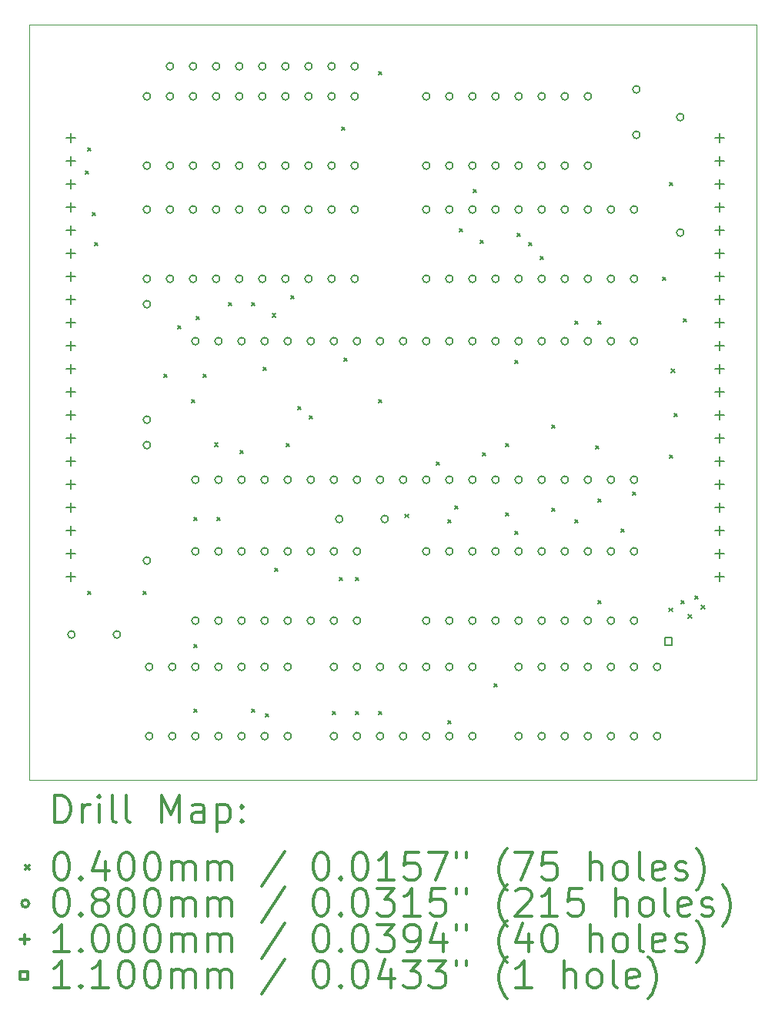
<source format=gbr>
%FSLAX45Y45*%
G04 Gerber Fmt 4.5, Leading zero omitted, Abs format (unit mm)*
G04 Created by KiCad (PCBNEW 5.1.12-84ad8e8a86~92~ubuntu20.04.1) date 2022-08-04 15:06:30*
%MOMM*%
%LPD*%
G01*
G04 APERTURE LIST*
%TA.AperFunction,Profile*%
%ADD10C,0.050000*%
%TD*%
%ADD11C,0.200000*%
%ADD12C,0.300000*%
G04 APERTURE END LIST*
D10*
X10261600Y-13843000D02*
X10261600Y-5537200D01*
X18262600Y-13843000D02*
X10261600Y-13843000D01*
X18262600Y-5537200D02*
X18262600Y-13843000D01*
X10261600Y-5537200D02*
X18262600Y-5537200D01*
D11*
X10876600Y-7142800D02*
X10916600Y-7182800D01*
X10916600Y-7142800D02*
X10876600Y-7182800D01*
X10902000Y-6888800D02*
X10942000Y-6928800D01*
X10942000Y-6888800D02*
X10902000Y-6928800D01*
X10902000Y-11765600D02*
X10942000Y-11805600D01*
X10942000Y-11765600D02*
X10902000Y-11805600D01*
X10952800Y-7600000D02*
X10992800Y-7640000D01*
X10992800Y-7600000D02*
X10952800Y-7640000D01*
X10978200Y-7930200D02*
X11018200Y-7970200D01*
X11018200Y-7930200D02*
X10978200Y-7970200D01*
X11511600Y-11765600D02*
X11551600Y-11805600D01*
X11551600Y-11765600D02*
X11511600Y-11805600D01*
X11740200Y-9378000D02*
X11780200Y-9418000D01*
X11780200Y-9378000D02*
X11740200Y-9418000D01*
X11892600Y-8844600D02*
X11932600Y-8884600D01*
X11932600Y-8844600D02*
X11892600Y-8884600D01*
X12045000Y-9657400D02*
X12085000Y-9697400D01*
X12085000Y-9657400D02*
X12045000Y-9697400D01*
X12070400Y-10952800D02*
X12110400Y-10992800D01*
X12110400Y-10952800D02*
X12070400Y-10992800D01*
X12070400Y-12349800D02*
X12110400Y-12389800D01*
X12110400Y-12349800D02*
X12070400Y-12389800D01*
X12070400Y-13061000D02*
X12110400Y-13101000D01*
X12110400Y-13061000D02*
X12070400Y-13101000D01*
X12095800Y-8743000D02*
X12135800Y-8783000D01*
X12135800Y-8743000D02*
X12095800Y-8783000D01*
X12172000Y-9378000D02*
X12212000Y-9418000D01*
X12212000Y-9378000D02*
X12172000Y-9418000D01*
X12299000Y-10136301D02*
X12339000Y-10176301D01*
X12339000Y-10136301D02*
X12299000Y-10176301D01*
X12324400Y-10952800D02*
X12364400Y-10992800D01*
X12364400Y-10952800D02*
X12324400Y-10992800D01*
X12451400Y-8590600D02*
X12491400Y-8630600D01*
X12491400Y-8590600D02*
X12451400Y-8630600D01*
X12578400Y-10216200D02*
X12618400Y-10256200D01*
X12618400Y-10216200D02*
X12578400Y-10256200D01*
X12705400Y-8590600D02*
X12745400Y-8630600D01*
X12745400Y-8590600D02*
X12705400Y-8630600D01*
X12705400Y-13061000D02*
X12745400Y-13101000D01*
X12745400Y-13061000D02*
X12705400Y-13101000D01*
X12832400Y-9301800D02*
X12872400Y-9341800D01*
X12872400Y-9301800D02*
X12832400Y-9341800D01*
X12857800Y-13111800D02*
X12897800Y-13151800D01*
X12897800Y-13111800D02*
X12857800Y-13151800D01*
X12934000Y-8713901D02*
X12974000Y-8753901D01*
X12974000Y-8713901D02*
X12934000Y-8753901D01*
X12959400Y-11511600D02*
X12999400Y-11551600D01*
X12999400Y-11511600D02*
X12959400Y-11551600D01*
X13086400Y-10140000D02*
X13126400Y-10180000D01*
X13126400Y-10140000D02*
X13086400Y-10180000D01*
X13137200Y-8514400D02*
X13177200Y-8554400D01*
X13177200Y-8514400D02*
X13137200Y-8554400D01*
X13213400Y-9733600D02*
X13253400Y-9773600D01*
X13253400Y-9733600D02*
X13213400Y-9773600D01*
X13340400Y-9835200D02*
X13380400Y-9875200D01*
X13380400Y-9835200D02*
X13340400Y-9875200D01*
X13594400Y-13086400D02*
X13634400Y-13126400D01*
X13634400Y-13086400D02*
X13594400Y-13126400D01*
X13670600Y-11613200D02*
X13710600Y-11653200D01*
X13710600Y-11613200D02*
X13670600Y-11653200D01*
X13696000Y-6660200D02*
X13736000Y-6700200D01*
X13736000Y-6660200D02*
X13696000Y-6700200D01*
X13721400Y-9200200D02*
X13761400Y-9240200D01*
X13761400Y-9200200D02*
X13721400Y-9240200D01*
X13848400Y-11613200D02*
X13888400Y-11653200D01*
X13888400Y-11613200D02*
X13848400Y-11653200D01*
X13848400Y-13086400D02*
X13888400Y-13126400D01*
X13888400Y-13086400D02*
X13848400Y-13126400D01*
X14102400Y-9657400D02*
X14142400Y-9697400D01*
X14142400Y-9657400D02*
X14102400Y-9697400D01*
X14102400Y-13086400D02*
X14142400Y-13126400D01*
X14142400Y-13086400D02*
X14102400Y-13126400D01*
X14102400Y-6050600D02*
X14142400Y-6090600D01*
X14142400Y-6050600D02*
X14102400Y-6090600D01*
X14394814Y-10918388D02*
X14434814Y-10958388D01*
X14434814Y-10918388D02*
X14394814Y-10958388D01*
X14737400Y-10343200D02*
X14777400Y-10383200D01*
X14777400Y-10343200D02*
X14737400Y-10383200D01*
X14864400Y-10978200D02*
X14904400Y-11018200D01*
X14904400Y-10978200D02*
X14864400Y-11018200D01*
X14864400Y-13188000D02*
X14904400Y-13228000D01*
X14904400Y-13188000D02*
X14864400Y-13228000D01*
X14940600Y-10825800D02*
X14980600Y-10865800D01*
X14980600Y-10825800D02*
X14940600Y-10865800D01*
X14991400Y-7777800D02*
X15031400Y-7817800D01*
X15031400Y-7777800D02*
X14991400Y-7817800D01*
X15143800Y-7346000D02*
X15183800Y-7386000D01*
X15183800Y-7346000D02*
X15143800Y-7386000D01*
X15220000Y-7904800D02*
X15260000Y-7944800D01*
X15260000Y-7904800D02*
X15220000Y-7944800D01*
X15245400Y-10241600D02*
X15285400Y-10281600D01*
X15285400Y-10241600D02*
X15245400Y-10281600D01*
X15372400Y-12781600D02*
X15412400Y-12821600D01*
X15412400Y-12781600D02*
X15372400Y-12821600D01*
X15499400Y-10140000D02*
X15539400Y-10180000D01*
X15539400Y-10140000D02*
X15499400Y-10180000D01*
X15499400Y-10902000D02*
X15539400Y-10942000D01*
X15539400Y-10902000D02*
X15499400Y-10942000D01*
X15601000Y-9225600D02*
X15641000Y-9265600D01*
X15641000Y-9225600D02*
X15601000Y-9265600D01*
X15601000Y-11105199D02*
X15641000Y-11145199D01*
X15641000Y-11105199D02*
X15601000Y-11145199D01*
X15626400Y-7828600D02*
X15666400Y-7868600D01*
X15666400Y-7828600D02*
X15626400Y-7868600D01*
X15753400Y-7930200D02*
X15793400Y-7970200D01*
X15793400Y-7930200D02*
X15753400Y-7970200D01*
X15880400Y-8082600D02*
X15920400Y-8122600D01*
X15920400Y-8082600D02*
X15880400Y-8122600D01*
X16007400Y-9936800D02*
X16047400Y-9976800D01*
X16047400Y-9936800D02*
X16007400Y-9976800D01*
X16007400Y-10851200D02*
X16047400Y-10891200D01*
X16047400Y-10851200D02*
X16007400Y-10891200D01*
X16261400Y-8793800D02*
X16301400Y-8833800D01*
X16301400Y-8793800D02*
X16261400Y-8833800D01*
X16261400Y-10978200D02*
X16301400Y-11018200D01*
X16301400Y-10978200D02*
X16261400Y-11018200D01*
X16490000Y-10165400D02*
X16530000Y-10205400D01*
X16530000Y-10165400D02*
X16490000Y-10205400D01*
X16515400Y-8793800D02*
X16555400Y-8833800D01*
X16555400Y-8793800D02*
X16515400Y-8833800D01*
X16515400Y-10749600D02*
X16555400Y-10789600D01*
X16555400Y-10749600D02*
X16515400Y-10789600D01*
X16515400Y-11867200D02*
X16555400Y-11907200D01*
X16555400Y-11867200D02*
X16515400Y-11907200D01*
X16769400Y-11079800D02*
X16809400Y-11119800D01*
X16809400Y-11079800D02*
X16769400Y-11119800D01*
X16896400Y-10673400D02*
X16936400Y-10713400D01*
X16936400Y-10673400D02*
X16896400Y-10713400D01*
X17226600Y-8311200D02*
X17266600Y-8351200D01*
X17266600Y-8311200D02*
X17226600Y-8351200D01*
X17298957Y-11950798D02*
X17338957Y-11990798D01*
X17338957Y-11950798D02*
X17298957Y-11990798D01*
X17302800Y-7269800D02*
X17342800Y-7309800D01*
X17342800Y-7269800D02*
X17302800Y-7309800D01*
X17302800Y-10267000D02*
X17342800Y-10307000D01*
X17342800Y-10267000D02*
X17302800Y-10307000D01*
X17324400Y-9323400D02*
X17364400Y-9363400D01*
X17364400Y-9323400D02*
X17324400Y-9363400D01*
X17353600Y-9809800D02*
X17393600Y-9849800D01*
X17393600Y-9809800D02*
X17353600Y-9849800D01*
X17429800Y-11867200D02*
X17469800Y-11907200D01*
X17469800Y-11867200D02*
X17429800Y-11907200D01*
X17455200Y-8768400D02*
X17495200Y-8808400D01*
X17495200Y-8768400D02*
X17455200Y-8808400D01*
X17509699Y-12023299D02*
X17549699Y-12063299D01*
X17549699Y-12023299D02*
X17509699Y-12063299D01*
X17582200Y-11816400D02*
X17622200Y-11856400D01*
X17622200Y-11816400D02*
X17582200Y-11856400D01*
X17654700Y-11921700D02*
X17694700Y-11961700D01*
X17694700Y-11921700D02*
X17654700Y-11961700D01*
X10766800Y-12242800D02*
G75*
G03*
X10766800Y-12242800I-40000J0D01*
G01*
X11266800Y-12242800D02*
G75*
G03*
X11266800Y-12242800I-40000J0D01*
G01*
X11597000Y-6324600D02*
G75*
G03*
X11597000Y-6324600I-40000J0D01*
G01*
X11597000Y-7086600D02*
G75*
G03*
X11597000Y-7086600I-40000J0D01*
G01*
X11597000Y-7569200D02*
G75*
G03*
X11597000Y-7569200I-40000J0D01*
G01*
X11597000Y-8331200D02*
G75*
G03*
X11597000Y-8331200I-40000J0D01*
G01*
X11597000Y-8610600D02*
G75*
G03*
X11597000Y-8610600I-40000J0D01*
G01*
X11597000Y-9880600D02*
G75*
G03*
X11597000Y-9880600I-40000J0D01*
G01*
X11597000Y-10160000D02*
G75*
G03*
X11597000Y-10160000I-40000J0D01*
G01*
X11597000Y-11430000D02*
G75*
G03*
X11597000Y-11430000I-40000J0D01*
G01*
X11622400Y-12598400D02*
G75*
G03*
X11622400Y-12598400I-40000J0D01*
G01*
X11622400Y-13360400D02*
G75*
G03*
X11622400Y-13360400I-40000J0D01*
G01*
X11851000Y-5994400D02*
G75*
G03*
X11851000Y-5994400I-40000J0D01*
G01*
X11851000Y-6324600D02*
G75*
G03*
X11851000Y-6324600I-40000J0D01*
G01*
X11851000Y-7086600D02*
G75*
G03*
X11851000Y-7086600I-40000J0D01*
G01*
X11851000Y-7569200D02*
G75*
G03*
X11851000Y-7569200I-40000J0D01*
G01*
X11851000Y-8331200D02*
G75*
G03*
X11851000Y-8331200I-40000J0D01*
G01*
X11876400Y-12598400D02*
G75*
G03*
X11876400Y-12598400I-40000J0D01*
G01*
X11876400Y-13360400D02*
G75*
G03*
X11876400Y-13360400I-40000J0D01*
G01*
X12105000Y-5994400D02*
G75*
G03*
X12105000Y-5994400I-40000J0D01*
G01*
X12105000Y-6324600D02*
G75*
G03*
X12105000Y-6324600I-40000J0D01*
G01*
X12105000Y-7086600D02*
G75*
G03*
X12105000Y-7086600I-40000J0D01*
G01*
X12105000Y-7569200D02*
G75*
G03*
X12105000Y-7569200I-40000J0D01*
G01*
X12105000Y-8331200D02*
G75*
G03*
X12105000Y-8331200I-40000J0D01*
G01*
X12130400Y-9017000D02*
G75*
G03*
X12130400Y-9017000I-40000J0D01*
G01*
X12130400Y-10541000D02*
G75*
G03*
X12130400Y-10541000I-40000J0D01*
G01*
X12130400Y-11328400D02*
G75*
G03*
X12130400Y-11328400I-40000J0D01*
G01*
X12130400Y-12090400D02*
G75*
G03*
X12130400Y-12090400I-40000J0D01*
G01*
X12130400Y-12598400D02*
G75*
G03*
X12130400Y-12598400I-40000J0D01*
G01*
X12130400Y-13360400D02*
G75*
G03*
X12130400Y-13360400I-40000J0D01*
G01*
X12359000Y-5994400D02*
G75*
G03*
X12359000Y-5994400I-40000J0D01*
G01*
X12359000Y-6324600D02*
G75*
G03*
X12359000Y-6324600I-40000J0D01*
G01*
X12359000Y-7086600D02*
G75*
G03*
X12359000Y-7086600I-40000J0D01*
G01*
X12359000Y-7569200D02*
G75*
G03*
X12359000Y-7569200I-40000J0D01*
G01*
X12359000Y-8331200D02*
G75*
G03*
X12359000Y-8331200I-40000J0D01*
G01*
X12384400Y-9017000D02*
G75*
G03*
X12384400Y-9017000I-40000J0D01*
G01*
X12384400Y-10541000D02*
G75*
G03*
X12384400Y-10541000I-40000J0D01*
G01*
X12384400Y-11328400D02*
G75*
G03*
X12384400Y-11328400I-40000J0D01*
G01*
X12384400Y-12090400D02*
G75*
G03*
X12384400Y-12090400I-40000J0D01*
G01*
X12384400Y-12598400D02*
G75*
G03*
X12384400Y-12598400I-40000J0D01*
G01*
X12384400Y-13360400D02*
G75*
G03*
X12384400Y-13360400I-40000J0D01*
G01*
X12613000Y-5994400D02*
G75*
G03*
X12613000Y-5994400I-40000J0D01*
G01*
X12613000Y-6324600D02*
G75*
G03*
X12613000Y-6324600I-40000J0D01*
G01*
X12613000Y-7086600D02*
G75*
G03*
X12613000Y-7086600I-40000J0D01*
G01*
X12613000Y-7569200D02*
G75*
G03*
X12613000Y-7569200I-40000J0D01*
G01*
X12613000Y-8331200D02*
G75*
G03*
X12613000Y-8331200I-40000J0D01*
G01*
X12638400Y-9017000D02*
G75*
G03*
X12638400Y-9017000I-40000J0D01*
G01*
X12638400Y-10541000D02*
G75*
G03*
X12638400Y-10541000I-40000J0D01*
G01*
X12638400Y-11328400D02*
G75*
G03*
X12638400Y-11328400I-40000J0D01*
G01*
X12638400Y-12090400D02*
G75*
G03*
X12638400Y-12090400I-40000J0D01*
G01*
X12638400Y-12598400D02*
G75*
G03*
X12638400Y-12598400I-40000J0D01*
G01*
X12638400Y-13360400D02*
G75*
G03*
X12638400Y-13360400I-40000J0D01*
G01*
X12867000Y-5994400D02*
G75*
G03*
X12867000Y-5994400I-40000J0D01*
G01*
X12867000Y-6324600D02*
G75*
G03*
X12867000Y-6324600I-40000J0D01*
G01*
X12867000Y-7086600D02*
G75*
G03*
X12867000Y-7086600I-40000J0D01*
G01*
X12867000Y-7569200D02*
G75*
G03*
X12867000Y-7569200I-40000J0D01*
G01*
X12867000Y-8331200D02*
G75*
G03*
X12867000Y-8331200I-40000J0D01*
G01*
X12892400Y-9017000D02*
G75*
G03*
X12892400Y-9017000I-40000J0D01*
G01*
X12892400Y-10541000D02*
G75*
G03*
X12892400Y-10541000I-40000J0D01*
G01*
X12892400Y-11328400D02*
G75*
G03*
X12892400Y-11328400I-40000J0D01*
G01*
X12892400Y-12090400D02*
G75*
G03*
X12892400Y-12090400I-40000J0D01*
G01*
X12892400Y-12598400D02*
G75*
G03*
X12892400Y-12598400I-40000J0D01*
G01*
X12892400Y-13360400D02*
G75*
G03*
X12892400Y-13360400I-40000J0D01*
G01*
X13121000Y-5994400D02*
G75*
G03*
X13121000Y-5994400I-40000J0D01*
G01*
X13121000Y-6324600D02*
G75*
G03*
X13121000Y-6324600I-40000J0D01*
G01*
X13121000Y-7086600D02*
G75*
G03*
X13121000Y-7086600I-40000J0D01*
G01*
X13121000Y-7569200D02*
G75*
G03*
X13121000Y-7569200I-40000J0D01*
G01*
X13121000Y-8331200D02*
G75*
G03*
X13121000Y-8331200I-40000J0D01*
G01*
X13146400Y-9017000D02*
G75*
G03*
X13146400Y-9017000I-40000J0D01*
G01*
X13146400Y-10541000D02*
G75*
G03*
X13146400Y-10541000I-40000J0D01*
G01*
X13146400Y-11328400D02*
G75*
G03*
X13146400Y-11328400I-40000J0D01*
G01*
X13146400Y-12090400D02*
G75*
G03*
X13146400Y-12090400I-40000J0D01*
G01*
X13146400Y-12598400D02*
G75*
G03*
X13146400Y-12598400I-40000J0D01*
G01*
X13146400Y-13360400D02*
G75*
G03*
X13146400Y-13360400I-40000J0D01*
G01*
X13375000Y-5994400D02*
G75*
G03*
X13375000Y-5994400I-40000J0D01*
G01*
X13375000Y-6324600D02*
G75*
G03*
X13375000Y-6324600I-40000J0D01*
G01*
X13375000Y-7086600D02*
G75*
G03*
X13375000Y-7086600I-40000J0D01*
G01*
X13375000Y-7569200D02*
G75*
G03*
X13375000Y-7569200I-40000J0D01*
G01*
X13375000Y-8331200D02*
G75*
G03*
X13375000Y-8331200I-40000J0D01*
G01*
X13400400Y-9017000D02*
G75*
G03*
X13400400Y-9017000I-40000J0D01*
G01*
X13400400Y-10541000D02*
G75*
G03*
X13400400Y-10541000I-40000J0D01*
G01*
X13400400Y-11328400D02*
G75*
G03*
X13400400Y-11328400I-40000J0D01*
G01*
X13400400Y-12090400D02*
G75*
G03*
X13400400Y-12090400I-40000J0D01*
G01*
X13629000Y-5994400D02*
G75*
G03*
X13629000Y-5994400I-40000J0D01*
G01*
X13629000Y-6324600D02*
G75*
G03*
X13629000Y-6324600I-40000J0D01*
G01*
X13629000Y-7086600D02*
G75*
G03*
X13629000Y-7086600I-40000J0D01*
G01*
X13629000Y-7569200D02*
G75*
G03*
X13629000Y-7569200I-40000J0D01*
G01*
X13629000Y-8331200D02*
G75*
G03*
X13629000Y-8331200I-40000J0D01*
G01*
X13654400Y-9017000D02*
G75*
G03*
X13654400Y-9017000I-40000J0D01*
G01*
X13654400Y-10541000D02*
G75*
G03*
X13654400Y-10541000I-40000J0D01*
G01*
X13654400Y-11328400D02*
G75*
G03*
X13654400Y-11328400I-40000J0D01*
G01*
X13654400Y-12090400D02*
G75*
G03*
X13654400Y-12090400I-40000J0D01*
G01*
X13654400Y-12598400D02*
G75*
G03*
X13654400Y-12598400I-40000J0D01*
G01*
X13654400Y-13360400D02*
G75*
G03*
X13654400Y-13360400I-40000J0D01*
G01*
X13713200Y-10972800D02*
G75*
G03*
X13713200Y-10972800I-40000J0D01*
G01*
X13883000Y-5994400D02*
G75*
G03*
X13883000Y-5994400I-40000J0D01*
G01*
X13883000Y-6324600D02*
G75*
G03*
X13883000Y-6324600I-40000J0D01*
G01*
X13883000Y-7086600D02*
G75*
G03*
X13883000Y-7086600I-40000J0D01*
G01*
X13883000Y-7569200D02*
G75*
G03*
X13883000Y-7569200I-40000J0D01*
G01*
X13883000Y-8331200D02*
G75*
G03*
X13883000Y-8331200I-40000J0D01*
G01*
X13908400Y-9017000D02*
G75*
G03*
X13908400Y-9017000I-40000J0D01*
G01*
X13908400Y-10541000D02*
G75*
G03*
X13908400Y-10541000I-40000J0D01*
G01*
X13908400Y-11328400D02*
G75*
G03*
X13908400Y-11328400I-40000J0D01*
G01*
X13908400Y-12090400D02*
G75*
G03*
X13908400Y-12090400I-40000J0D01*
G01*
X13908400Y-12598400D02*
G75*
G03*
X13908400Y-12598400I-40000J0D01*
G01*
X13908400Y-13360400D02*
G75*
G03*
X13908400Y-13360400I-40000J0D01*
G01*
X14162400Y-9017000D02*
G75*
G03*
X14162400Y-9017000I-40000J0D01*
G01*
X14162400Y-10541000D02*
G75*
G03*
X14162400Y-10541000I-40000J0D01*
G01*
X14162400Y-12598400D02*
G75*
G03*
X14162400Y-12598400I-40000J0D01*
G01*
X14162400Y-13360400D02*
G75*
G03*
X14162400Y-13360400I-40000J0D01*
G01*
X14213200Y-10972800D02*
G75*
G03*
X14213200Y-10972800I-40000J0D01*
G01*
X14416400Y-9017000D02*
G75*
G03*
X14416400Y-9017000I-40000J0D01*
G01*
X14416400Y-10541000D02*
G75*
G03*
X14416400Y-10541000I-40000J0D01*
G01*
X14416400Y-12598400D02*
G75*
G03*
X14416400Y-12598400I-40000J0D01*
G01*
X14416400Y-13360400D02*
G75*
G03*
X14416400Y-13360400I-40000J0D01*
G01*
X14670400Y-6324600D02*
G75*
G03*
X14670400Y-6324600I-40000J0D01*
G01*
X14670400Y-7086600D02*
G75*
G03*
X14670400Y-7086600I-40000J0D01*
G01*
X14670400Y-7569200D02*
G75*
G03*
X14670400Y-7569200I-40000J0D01*
G01*
X14670400Y-8331200D02*
G75*
G03*
X14670400Y-8331200I-40000J0D01*
G01*
X14670400Y-9017000D02*
G75*
G03*
X14670400Y-9017000I-40000J0D01*
G01*
X14670400Y-10541000D02*
G75*
G03*
X14670400Y-10541000I-40000J0D01*
G01*
X14670400Y-11328400D02*
G75*
G03*
X14670400Y-11328400I-40000J0D01*
G01*
X14670400Y-12090400D02*
G75*
G03*
X14670400Y-12090400I-40000J0D01*
G01*
X14670400Y-12598400D02*
G75*
G03*
X14670400Y-12598400I-40000J0D01*
G01*
X14670400Y-13360400D02*
G75*
G03*
X14670400Y-13360400I-40000J0D01*
G01*
X14924400Y-6324600D02*
G75*
G03*
X14924400Y-6324600I-40000J0D01*
G01*
X14924400Y-7086600D02*
G75*
G03*
X14924400Y-7086600I-40000J0D01*
G01*
X14924400Y-7569200D02*
G75*
G03*
X14924400Y-7569200I-40000J0D01*
G01*
X14924400Y-8331200D02*
G75*
G03*
X14924400Y-8331200I-40000J0D01*
G01*
X14924400Y-9017000D02*
G75*
G03*
X14924400Y-9017000I-40000J0D01*
G01*
X14924400Y-10541000D02*
G75*
G03*
X14924400Y-10541000I-40000J0D01*
G01*
X14924400Y-11328400D02*
G75*
G03*
X14924400Y-11328400I-40000J0D01*
G01*
X14924400Y-12090400D02*
G75*
G03*
X14924400Y-12090400I-40000J0D01*
G01*
X14924400Y-12598400D02*
G75*
G03*
X14924400Y-12598400I-40000J0D01*
G01*
X14924400Y-13360400D02*
G75*
G03*
X14924400Y-13360400I-40000J0D01*
G01*
X15178400Y-6324600D02*
G75*
G03*
X15178400Y-6324600I-40000J0D01*
G01*
X15178400Y-7086600D02*
G75*
G03*
X15178400Y-7086600I-40000J0D01*
G01*
X15178400Y-7569200D02*
G75*
G03*
X15178400Y-7569200I-40000J0D01*
G01*
X15178400Y-8331200D02*
G75*
G03*
X15178400Y-8331200I-40000J0D01*
G01*
X15178400Y-9017000D02*
G75*
G03*
X15178400Y-9017000I-40000J0D01*
G01*
X15178400Y-10541000D02*
G75*
G03*
X15178400Y-10541000I-40000J0D01*
G01*
X15178400Y-11328400D02*
G75*
G03*
X15178400Y-11328400I-40000J0D01*
G01*
X15178400Y-12090400D02*
G75*
G03*
X15178400Y-12090400I-40000J0D01*
G01*
X15178400Y-12598400D02*
G75*
G03*
X15178400Y-12598400I-40000J0D01*
G01*
X15178400Y-13360400D02*
G75*
G03*
X15178400Y-13360400I-40000J0D01*
G01*
X15432400Y-6324600D02*
G75*
G03*
X15432400Y-6324600I-40000J0D01*
G01*
X15432400Y-7086600D02*
G75*
G03*
X15432400Y-7086600I-40000J0D01*
G01*
X15432400Y-7569200D02*
G75*
G03*
X15432400Y-7569200I-40000J0D01*
G01*
X15432400Y-8331200D02*
G75*
G03*
X15432400Y-8331200I-40000J0D01*
G01*
X15432400Y-9017000D02*
G75*
G03*
X15432400Y-9017000I-40000J0D01*
G01*
X15432400Y-10541000D02*
G75*
G03*
X15432400Y-10541000I-40000J0D01*
G01*
X15432400Y-11328400D02*
G75*
G03*
X15432400Y-11328400I-40000J0D01*
G01*
X15432400Y-12090400D02*
G75*
G03*
X15432400Y-12090400I-40000J0D01*
G01*
X15686400Y-6324600D02*
G75*
G03*
X15686400Y-6324600I-40000J0D01*
G01*
X15686400Y-7086600D02*
G75*
G03*
X15686400Y-7086600I-40000J0D01*
G01*
X15686400Y-7569200D02*
G75*
G03*
X15686400Y-7569200I-40000J0D01*
G01*
X15686400Y-8331200D02*
G75*
G03*
X15686400Y-8331200I-40000J0D01*
G01*
X15686400Y-9017000D02*
G75*
G03*
X15686400Y-9017000I-40000J0D01*
G01*
X15686400Y-10541000D02*
G75*
G03*
X15686400Y-10541000I-40000J0D01*
G01*
X15686400Y-11328400D02*
G75*
G03*
X15686400Y-11328400I-40000J0D01*
G01*
X15686400Y-12090400D02*
G75*
G03*
X15686400Y-12090400I-40000J0D01*
G01*
X15686400Y-12598400D02*
G75*
G03*
X15686400Y-12598400I-40000J0D01*
G01*
X15686400Y-13360400D02*
G75*
G03*
X15686400Y-13360400I-40000J0D01*
G01*
X15940400Y-6324600D02*
G75*
G03*
X15940400Y-6324600I-40000J0D01*
G01*
X15940400Y-7086600D02*
G75*
G03*
X15940400Y-7086600I-40000J0D01*
G01*
X15940400Y-7569200D02*
G75*
G03*
X15940400Y-7569200I-40000J0D01*
G01*
X15940400Y-8331200D02*
G75*
G03*
X15940400Y-8331200I-40000J0D01*
G01*
X15940400Y-9017000D02*
G75*
G03*
X15940400Y-9017000I-40000J0D01*
G01*
X15940400Y-10541000D02*
G75*
G03*
X15940400Y-10541000I-40000J0D01*
G01*
X15940400Y-11328400D02*
G75*
G03*
X15940400Y-11328400I-40000J0D01*
G01*
X15940400Y-12090400D02*
G75*
G03*
X15940400Y-12090400I-40000J0D01*
G01*
X15940400Y-12598400D02*
G75*
G03*
X15940400Y-12598400I-40000J0D01*
G01*
X15940400Y-13360400D02*
G75*
G03*
X15940400Y-13360400I-40000J0D01*
G01*
X16194400Y-6324600D02*
G75*
G03*
X16194400Y-6324600I-40000J0D01*
G01*
X16194400Y-7086600D02*
G75*
G03*
X16194400Y-7086600I-40000J0D01*
G01*
X16194400Y-7569200D02*
G75*
G03*
X16194400Y-7569200I-40000J0D01*
G01*
X16194400Y-8331200D02*
G75*
G03*
X16194400Y-8331200I-40000J0D01*
G01*
X16194400Y-9017000D02*
G75*
G03*
X16194400Y-9017000I-40000J0D01*
G01*
X16194400Y-10541000D02*
G75*
G03*
X16194400Y-10541000I-40000J0D01*
G01*
X16194400Y-11328400D02*
G75*
G03*
X16194400Y-11328400I-40000J0D01*
G01*
X16194400Y-12090400D02*
G75*
G03*
X16194400Y-12090400I-40000J0D01*
G01*
X16194400Y-12598400D02*
G75*
G03*
X16194400Y-12598400I-40000J0D01*
G01*
X16194400Y-13360400D02*
G75*
G03*
X16194400Y-13360400I-40000J0D01*
G01*
X16448400Y-6324600D02*
G75*
G03*
X16448400Y-6324600I-40000J0D01*
G01*
X16448400Y-7086600D02*
G75*
G03*
X16448400Y-7086600I-40000J0D01*
G01*
X16448400Y-7569200D02*
G75*
G03*
X16448400Y-7569200I-40000J0D01*
G01*
X16448400Y-8331200D02*
G75*
G03*
X16448400Y-8331200I-40000J0D01*
G01*
X16448400Y-9017000D02*
G75*
G03*
X16448400Y-9017000I-40000J0D01*
G01*
X16448400Y-10541000D02*
G75*
G03*
X16448400Y-10541000I-40000J0D01*
G01*
X16448400Y-11328400D02*
G75*
G03*
X16448400Y-11328400I-40000J0D01*
G01*
X16448400Y-12090400D02*
G75*
G03*
X16448400Y-12090400I-40000J0D01*
G01*
X16448400Y-12598400D02*
G75*
G03*
X16448400Y-12598400I-40000J0D01*
G01*
X16448400Y-13360400D02*
G75*
G03*
X16448400Y-13360400I-40000J0D01*
G01*
X16702400Y-7569200D02*
G75*
G03*
X16702400Y-7569200I-40000J0D01*
G01*
X16702400Y-8331200D02*
G75*
G03*
X16702400Y-8331200I-40000J0D01*
G01*
X16702400Y-9017000D02*
G75*
G03*
X16702400Y-9017000I-40000J0D01*
G01*
X16702400Y-10541000D02*
G75*
G03*
X16702400Y-10541000I-40000J0D01*
G01*
X16702400Y-11328400D02*
G75*
G03*
X16702400Y-11328400I-40000J0D01*
G01*
X16702400Y-12090400D02*
G75*
G03*
X16702400Y-12090400I-40000J0D01*
G01*
X16702400Y-12598400D02*
G75*
G03*
X16702400Y-12598400I-40000J0D01*
G01*
X16702400Y-13360400D02*
G75*
G03*
X16702400Y-13360400I-40000J0D01*
G01*
X16956400Y-7569200D02*
G75*
G03*
X16956400Y-7569200I-40000J0D01*
G01*
X16956400Y-8331200D02*
G75*
G03*
X16956400Y-8331200I-40000J0D01*
G01*
X16956400Y-9017000D02*
G75*
G03*
X16956400Y-9017000I-40000J0D01*
G01*
X16956400Y-10541000D02*
G75*
G03*
X16956400Y-10541000I-40000J0D01*
G01*
X16956400Y-11328400D02*
G75*
G03*
X16956400Y-11328400I-40000J0D01*
G01*
X16956400Y-12090400D02*
G75*
G03*
X16956400Y-12090400I-40000J0D01*
G01*
X16956400Y-12598400D02*
G75*
G03*
X16956400Y-12598400I-40000J0D01*
G01*
X16956400Y-13360400D02*
G75*
G03*
X16956400Y-13360400I-40000J0D01*
G01*
X16981800Y-6248400D02*
G75*
G03*
X16981800Y-6248400I-40000J0D01*
G01*
X16981800Y-6748400D02*
G75*
G03*
X16981800Y-6748400I-40000J0D01*
G01*
X17210400Y-12598400D02*
G75*
G03*
X17210400Y-12598400I-40000J0D01*
G01*
X17210400Y-13360400D02*
G75*
G03*
X17210400Y-13360400I-40000J0D01*
G01*
X17464400Y-6553200D02*
G75*
G03*
X17464400Y-6553200I-40000J0D01*
G01*
X17464400Y-7823200D02*
G75*
G03*
X17464400Y-7823200I-40000J0D01*
G01*
X10718800Y-6731800D02*
X10718800Y-6831800D01*
X10668800Y-6781800D02*
X10768800Y-6781800D01*
X10718800Y-6985800D02*
X10718800Y-7085800D01*
X10668800Y-7035800D02*
X10768800Y-7035800D01*
X10718800Y-7239800D02*
X10718800Y-7339800D01*
X10668800Y-7289800D02*
X10768800Y-7289800D01*
X10718800Y-7493800D02*
X10718800Y-7593800D01*
X10668800Y-7543800D02*
X10768800Y-7543800D01*
X10718800Y-7747800D02*
X10718800Y-7847800D01*
X10668800Y-7797800D02*
X10768800Y-7797800D01*
X10718800Y-8001800D02*
X10718800Y-8101800D01*
X10668800Y-8051800D02*
X10768800Y-8051800D01*
X10718800Y-8255800D02*
X10718800Y-8355800D01*
X10668800Y-8305800D02*
X10768800Y-8305800D01*
X10718800Y-8509800D02*
X10718800Y-8609800D01*
X10668800Y-8559800D02*
X10768800Y-8559800D01*
X10718800Y-8763800D02*
X10718800Y-8863800D01*
X10668800Y-8813800D02*
X10768800Y-8813800D01*
X10718800Y-9017800D02*
X10718800Y-9117800D01*
X10668800Y-9067800D02*
X10768800Y-9067800D01*
X10718800Y-9271800D02*
X10718800Y-9371800D01*
X10668800Y-9321800D02*
X10768800Y-9321800D01*
X10718800Y-9525800D02*
X10718800Y-9625800D01*
X10668800Y-9575800D02*
X10768800Y-9575800D01*
X10718800Y-9779800D02*
X10718800Y-9879800D01*
X10668800Y-9829800D02*
X10768800Y-9829800D01*
X10718800Y-10033800D02*
X10718800Y-10133800D01*
X10668800Y-10083800D02*
X10768800Y-10083800D01*
X10718800Y-10287800D02*
X10718800Y-10387800D01*
X10668800Y-10337800D02*
X10768800Y-10337800D01*
X10718800Y-10541800D02*
X10718800Y-10641800D01*
X10668800Y-10591800D02*
X10768800Y-10591800D01*
X10718800Y-10795800D02*
X10718800Y-10895800D01*
X10668800Y-10845800D02*
X10768800Y-10845800D01*
X10718800Y-11049800D02*
X10718800Y-11149800D01*
X10668800Y-11099800D02*
X10768800Y-11099800D01*
X10718800Y-11303800D02*
X10718800Y-11403800D01*
X10668800Y-11353800D02*
X10768800Y-11353800D01*
X10718800Y-11557800D02*
X10718800Y-11657800D01*
X10668800Y-11607800D02*
X10768800Y-11607800D01*
X17856200Y-6731800D02*
X17856200Y-6831800D01*
X17806200Y-6781800D02*
X17906200Y-6781800D01*
X17856200Y-6985800D02*
X17856200Y-7085800D01*
X17806200Y-7035800D02*
X17906200Y-7035800D01*
X17856200Y-7239800D02*
X17856200Y-7339800D01*
X17806200Y-7289800D02*
X17906200Y-7289800D01*
X17856200Y-7493800D02*
X17856200Y-7593800D01*
X17806200Y-7543800D02*
X17906200Y-7543800D01*
X17856200Y-7747800D02*
X17856200Y-7847800D01*
X17806200Y-7797800D02*
X17906200Y-7797800D01*
X17856200Y-8001800D02*
X17856200Y-8101800D01*
X17806200Y-8051800D02*
X17906200Y-8051800D01*
X17856200Y-8255800D02*
X17856200Y-8355800D01*
X17806200Y-8305800D02*
X17906200Y-8305800D01*
X17856200Y-8509800D02*
X17856200Y-8609800D01*
X17806200Y-8559800D02*
X17906200Y-8559800D01*
X17856200Y-8763800D02*
X17856200Y-8863800D01*
X17806200Y-8813800D02*
X17906200Y-8813800D01*
X17856200Y-9017800D02*
X17856200Y-9117800D01*
X17806200Y-9067800D02*
X17906200Y-9067800D01*
X17856200Y-9271800D02*
X17856200Y-9371800D01*
X17806200Y-9321800D02*
X17906200Y-9321800D01*
X17856200Y-9525800D02*
X17856200Y-9625800D01*
X17806200Y-9575800D02*
X17906200Y-9575800D01*
X17856200Y-9779800D02*
X17856200Y-9879800D01*
X17806200Y-9829800D02*
X17906200Y-9829800D01*
X17856200Y-10033800D02*
X17856200Y-10133800D01*
X17806200Y-10083800D02*
X17906200Y-10083800D01*
X17856200Y-10287800D02*
X17856200Y-10387800D01*
X17806200Y-10337800D02*
X17906200Y-10337800D01*
X17856200Y-10541800D02*
X17856200Y-10641800D01*
X17806200Y-10591800D02*
X17906200Y-10591800D01*
X17856200Y-10795800D02*
X17856200Y-10895800D01*
X17806200Y-10845800D02*
X17906200Y-10845800D01*
X17856200Y-11049800D02*
X17856200Y-11149800D01*
X17806200Y-11099800D02*
X17906200Y-11099800D01*
X17856200Y-11303800D02*
X17856200Y-11403800D01*
X17806200Y-11353800D02*
X17906200Y-11353800D01*
X17856200Y-11557800D02*
X17856200Y-11657800D01*
X17806200Y-11607800D02*
X17906200Y-11607800D01*
X17336291Y-12357891D02*
X17336291Y-12280109D01*
X17258509Y-12280109D01*
X17258509Y-12357891D01*
X17336291Y-12357891D01*
D12*
X10545528Y-14311214D02*
X10545528Y-14011214D01*
X10616957Y-14011214D01*
X10659814Y-14025500D01*
X10688386Y-14054071D01*
X10702671Y-14082643D01*
X10716957Y-14139786D01*
X10716957Y-14182643D01*
X10702671Y-14239786D01*
X10688386Y-14268357D01*
X10659814Y-14296929D01*
X10616957Y-14311214D01*
X10545528Y-14311214D01*
X10845528Y-14311214D02*
X10845528Y-14111214D01*
X10845528Y-14168357D02*
X10859814Y-14139786D01*
X10874100Y-14125500D01*
X10902671Y-14111214D01*
X10931243Y-14111214D01*
X11031243Y-14311214D02*
X11031243Y-14111214D01*
X11031243Y-14011214D02*
X11016957Y-14025500D01*
X11031243Y-14039786D01*
X11045528Y-14025500D01*
X11031243Y-14011214D01*
X11031243Y-14039786D01*
X11216957Y-14311214D02*
X11188386Y-14296929D01*
X11174100Y-14268357D01*
X11174100Y-14011214D01*
X11374100Y-14311214D02*
X11345528Y-14296929D01*
X11331243Y-14268357D01*
X11331243Y-14011214D01*
X11716957Y-14311214D02*
X11716957Y-14011214D01*
X11816957Y-14225500D01*
X11916957Y-14011214D01*
X11916957Y-14311214D01*
X12188386Y-14311214D02*
X12188386Y-14154071D01*
X12174100Y-14125500D01*
X12145528Y-14111214D01*
X12088386Y-14111214D01*
X12059814Y-14125500D01*
X12188386Y-14296929D02*
X12159814Y-14311214D01*
X12088386Y-14311214D01*
X12059814Y-14296929D01*
X12045528Y-14268357D01*
X12045528Y-14239786D01*
X12059814Y-14211214D01*
X12088386Y-14196929D01*
X12159814Y-14196929D01*
X12188386Y-14182643D01*
X12331243Y-14111214D02*
X12331243Y-14411214D01*
X12331243Y-14125500D02*
X12359814Y-14111214D01*
X12416957Y-14111214D01*
X12445528Y-14125500D01*
X12459814Y-14139786D01*
X12474100Y-14168357D01*
X12474100Y-14254071D01*
X12459814Y-14282643D01*
X12445528Y-14296929D01*
X12416957Y-14311214D01*
X12359814Y-14311214D01*
X12331243Y-14296929D01*
X12602671Y-14282643D02*
X12616957Y-14296929D01*
X12602671Y-14311214D01*
X12588386Y-14296929D01*
X12602671Y-14282643D01*
X12602671Y-14311214D01*
X12602671Y-14125500D02*
X12616957Y-14139786D01*
X12602671Y-14154071D01*
X12588386Y-14139786D01*
X12602671Y-14125500D01*
X12602671Y-14154071D01*
X10219100Y-14785500D02*
X10259100Y-14825500D01*
X10259100Y-14785500D02*
X10219100Y-14825500D01*
X10602671Y-14641214D02*
X10631243Y-14641214D01*
X10659814Y-14655500D01*
X10674100Y-14669786D01*
X10688386Y-14698357D01*
X10702671Y-14755500D01*
X10702671Y-14826929D01*
X10688386Y-14884071D01*
X10674100Y-14912643D01*
X10659814Y-14926929D01*
X10631243Y-14941214D01*
X10602671Y-14941214D01*
X10574100Y-14926929D01*
X10559814Y-14912643D01*
X10545528Y-14884071D01*
X10531243Y-14826929D01*
X10531243Y-14755500D01*
X10545528Y-14698357D01*
X10559814Y-14669786D01*
X10574100Y-14655500D01*
X10602671Y-14641214D01*
X10831243Y-14912643D02*
X10845528Y-14926929D01*
X10831243Y-14941214D01*
X10816957Y-14926929D01*
X10831243Y-14912643D01*
X10831243Y-14941214D01*
X11102671Y-14741214D02*
X11102671Y-14941214D01*
X11031243Y-14626929D02*
X10959814Y-14841214D01*
X11145528Y-14841214D01*
X11316957Y-14641214D02*
X11345528Y-14641214D01*
X11374100Y-14655500D01*
X11388386Y-14669786D01*
X11402671Y-14698357D01*
X11416957Y-14755500D01*
X11416957Y-14826929D01*
X11402671Y-14884071D01*
X11388386Y-14912643D01*
X11374100Y-14926929D01*
X11345528Y-14941214D01*
X11316957Y-14941214D01*
X11288386Y-14926929D01*
X11274100Y-14912643D01*
X11259814Y-14884071D01*
X11245528Y-14826929D01*
X11245528Y-14755500D01*
X11259814Y-14698357D01*
X11274100Y-14669786D01*
X11288386Y-14655500D01*
X11316957Y-14641214D01*
X11602671Y-14641214D02*
X11631243Y-14641214D01*
X11659814Y-14655500D01*
X11674100Y-14669786D01*
X11688386Y-14698357D01*
X11702671Y-14755500D01*
X11702671Y-14826929D01*
X11688386Y-14884071D01*
X11674100Y-14912643D01*
X11659814Y-14926929D01*
X11631243Y-14941214D01*
X11602671Y-14941214D01*
X11574100Y-14926929D01*
X11559814Y-14912643D01*
X11545528Y-14884071D01*
X11531243Y-14826929D01*
X11531243Y-14755500D01*
X11545528Y-14698357D01*
X11559814Y-14669786D01*
X11574100Y-14655500D01*
X11602671Y-14641214D01*
X11831243Y-14941214D02*
X11831243Y-14741214D01*
X11831243Y-14769786D02*
X11845528Y-14755500D01*
X11874100Y-14741214D01*
X11916957Y-14741214D01*
X11945528Y-14755500D01*
X11959814Y-14784071D01*
X11959814Y-14941214D01*
X11959814Y-14784071D02*
X11974100Y-14755500D01*
X12002671Y-14741214D01*
X12045528Y-14741214D01*
X12074100Y-14755500D01*
X12088386Y-14784071D01*
X12088386Y-14941214D01*
X12231243Y-14941214D02*
X12231243Y-14741214D01*
X12231243Y-14769786D02*
X12245528Y-14755500D01*
X12274100Y-14741214D01*
X12316957Y-14741214D01*
X12345528Y-14755500D01*
X12359814Y-14784071D01*
X12359814Y-14941214D01*
X12359814Y-14784071D02*
X12374100Y-14755500D01*
X12402671Y-14741214D01*
X12445528Y-14741214D01*
X12474100Y-14755500D01*
X12488386Y-14784071D01*
X12488386Y-14941214D01*
X13074100Y-14626929D02*
X12816957Y-15012643D01*
X13459814Y-14641214D02*
X13488386Y-14641214D01*
X13516957Y-14655500D01*
X13531243Y-14669786D01*
X13545528Y-14698357D01*
X13559814Y-14755500D01*
X13559814Y-14826929D01*
X13545528Y-14884071D01*
X13531243Y-14912643D01*
X13516957Y-14926929D01*
X13488386Y-14941214D01*
X13459814Y-14941214D01*
X13431243Y-14926929D01*
X13416957Y-14912643D01*
X13402671Y-14884071D01*
X13388386Y-14826929D01*
X13388386Y-14755500D01*
X13402671Y-14698357D01*
X13416957Y-14669786D01*
X13431243Y-14655500D01*
X13459814Y-14641214D01*
X13688386Y-14912643D02*
X13702671Y-14926929D01*
X13688386Y-14941214D01*
X13674100Y-14926929D01*
X13688386Y-14912643D01*
X13688386Y-14941214D01*
X13888386Y-14641214D02*
X13916957Y-14641214D01*
X13945528Y-14655500D01*
X13959814Y-14669786D01*
X13974100Y-14698357D01*
X13988386Y-14755500D01*
X13988386Y-14826929D01*
X13974100Y-14884071D01*
X13959814Y-14912643D01*
X13945528Y-14926929D01*
X13916957Y-14941214D01*
X13888386Y-14941214D01*
X13859814Y-14926929D01*
X13845528Y-14912643D01*
X13831243Y-14884071D01*
X13816957Y-14826929D01*
X13816957Y-14755500D01*
X13831243Y-14698357D01*
X13845528Y-14669786D01*
X13859814Y-14655500D01*
X13888386Y-14641214D01*
X14274100Y-14941214D02*
X14102671Y-14941214D01*
X14188386Y-14941214D02*
X14188386Y-14641214D01*
X14159814Y-14684071D01*
X14131243Y-14712643D01*
X14102671Y-14726929D01*
X14545528Y-14641214D02*
X14402671Y-14641214D01*
X14388386Y-14784071D01*
X14402671Y-14769786D01*
X14431243Y-14755500D01*
X14502671Y-14755500D01*
X14531243Y-14769786D01*
X14545528Y-14784071D01*
X14559814Y-14812643D01*
X14559814Y-14884071D01*
X14545528Y-14912643D01*
X14531243Y-14926929D01*
X14502671Y-14941214D01*
X14431243Y-14941214D01*
X14402671Y-14926929D01*
X14388386Y-14912643D01*
X14659814Y-14641214D02*
X14859814Y-14641214D01*
X14731243Y-14941214D01*
X14959814Y-14641214D02*
X14959814Y-14698357D01*
X15074100Y-14641214D02*
X15074100Y-14698357D01*
X15516957Y-15055500D02*
X15502671Y-15041214D01*
X15474100Y-14998357D01*
X15459814Y-14969786D01*
X15445528Y-14926929D01*
X15431243Y-14855500D01*
X15431243Y-14798357D01*
X15445528Y-14726929D01*
X15459814Y-14684071D01*
X15474100Y-14655500D01*
X15502671Y-14612643D01*
X15516957Y-14598357D01*
X15602671Y-14641214D02*
X15802671Y-14641214D01*
X15674100Y-14941214D01*
X16059814Y-14641214D02*
X15916957Y-14641214D01*
X15902671Y-14784071D01*
X15916957Y-14769786D01*
X15945528Y-14755500D01*
X16016957Y-14755500D01*
X16045528Y-14769786D01*
X16059814Y-14784071D01*
X16074100Y-14812643D01*
X16074100Y-14884071D01*
X16059814Y-14912643D01*
X16045528Y-14926929D01*
X16016957Y-14941214D01*
X15945528Y-14941214D01*
X15916957Y-14926929D01*
X15902671Y-14912643D01*
X16431243Y-14941214D02*
X16431243Y-14641214D01*
X16559814Y-14941214D02*
X16559814Y-14784071D01*
X16545528Y-14755500D01*
X16516957Y-14741214D01*
X16474100Y-14741214D01*
X16445528Y-14755500D01*
X16431243Y-14769786D01*
X16745528Y-14941214D02*
X16716957Y-14926929D01*
X16702671Y-14912643D01*
X16688386Y-14884071D01*
X16688386Y-14798357D01*
X16702671Y-14769786D01*
X16716957Y-14755500D01*
X16745528Y-14741214D01*
X16788386Y-14741214D01*
X16816957Y-14755500D01*
X16831243Y-14769786D01*
X16845528Y-14798357D01*
X16845528Y-14884071D01*
X16831243Y-14912643D01*
X16816957Y-14926929D01*
X16788386Y-14941214D01*
X16745528Y-14941214D01*
X17016957Y-14941214D02*
X16988386Y-14926929D01*
X16974100Y-14898357D01*
X16974100Y-14641214D01*
X17245528Y-14926929D02*
X17216957Y-14941214D01*
X17159814Y-14941214D01*
X17131243Y-14926929D01*
X17116957Y-14898357D01*
X17116957Y-14784071D01*
X17131243Y-14755500D01*
X17159814Y-14741214D01*
X17216957Y-14741214D01*
X17245528Y-14755500D01*
X17259814Y-14784071D01*
X17259814Y-14812643D01*
X17116957Y-14841214D01*
X17374100Y-14926929D02*
X17402671Y-14941214D01*
X17459814Y-14941214D01*
X17488386Y-14926929D01*
X17502671Y-14898357D01*
X17502671Y-14884071D01*
X17488386Y-14855500D01*
X17459814Y-14841214D01*
X17416957Y-14841214D01*
X17388386Y-14826929D01*
X17374100Y-14798357D01*
X17374100Y-14784071D01*
X17388386Y-14755500D01*
X17416957Y-14741214D01*
X17459814Y-14741214D01*
X17488386Y-14755500D01*
X17602671Y-15055500D02*
X17616957Y-15041214D01*
X17645528Y-14998357D01*
X17659814Y-14969786D01*
X17674100Y-14926929D01*
X17688386Y-14855500D01*
X17688386Y-14798357D01*
X17674100Y-14726929D01*
X17659814Y-14684071D01*
X17645528Y-14655500D01*
X17616957Y-14612643D01*
X17602671Y-14598357D01*
X10259100Y-15201500D02*
G75*
G03*
X10259100Y-15201500I-40000J0D01*
G01*
X10602671Y-15037214D02*
X10631243Y-15037214D01*
X10659814Y-15051500D01*
X10674100Y-15065786D01*
X10688386Y-15094357D01*
X10702671Y-15151500D01*
X10702671Y-15222929D01*
X10688386Y-15280071D01*
X10674100Y-15308643D01*
X10659814Y-15322929D01*
X10631243Y-15337214D01*
X10602671Y-15337214D01*
X10574100Y-15322929D01*
X10559814Y-15308643D01*
X10545528Y-15280071D01*
X10531243Y-15222929D01*
X10531243Y-15151500D01*
X10545528Y-15094357D01*
X10559814Y-15065786D01*
X10574100Y-15051500D01*
X10602671Y-15037214D01*
X10831243Y-15308643D02*
X10845528Y-15322929D01*
X10831243Y-15337214D01*
X10816957Y-15322929D01*
X10831243Y-15308643D01*
X10831243Y-15337214D01*
X11016957Y-15165786D02*
X10988386Y-15151500D01*
X10974100Y-15137214D01*
X10959814Y-15108643D01*
X10959814Y-15094357D01*
X10974100Y-15065786D01*
X10988386Y-15051500D01*
X11016957Y-15037214D01*
X11074100Y-15037214D01*
X11102671Y-15051500D01*
X11116957Y-15065786D01*
X11131243Y-15094357D01*
X11131243Y-15108643D01*
X11116957Y-15137214D01*
X11102671Y-15151500D01*
X11074100Y-15165786D01*
X11016957Y-15165786D01*
X10988386Y-15180071D01*
X10974100Y-15194357D01*
X10959814Y-15222929D01*
X10959814Y-15280071D01*
X10974100Y-15308643D01*
X10988386Y-15322929D01*
X11016957Y-15337214D01*
X11074100Y-15337214D01*
X11102671Y-15322929D01*
X11116957Y-15308643D01*
X11131243Y-15280071D01*
X11131243Y-15222929D01*
X11116957Y-15194357D01*
X11102671Y-15180071D01*
X11074100Y-15165786D01*
X11316957Y-15037214D02*
X11345528Y-15037214D01*
X11374100Y-15051500D01*
X11388386Y-15065786D01*
X11402671Y-15094357D01*
X11416957Y-15151500D01*
X11416957Y-15222929D01*
X11402671Y-15280071D01*
X11388386Y-15308643D01*
X11374100Y-15322929D01*
X11345528Y-15337214D01*
X11316957Y-15337214D01*
X11288386Y-15322929D01*
X11274100Y-15308643D01*
X11259814Y-15280071D01*
X11245528Y-15222929D01*
X11245528Y-15151500D01*
X11259814Y-15094357D01*
X11274100Y-15065786D01*
X11288386Y-15051500D01*
X11316957Y-15037214D01*
X11602671Y-15037214D02*
X11631243Y-15037214D01*
X11659814Y-15051500D01*
X11674100Y-15065786D01*
X11688386Y-15094357D01*
X11702671Y-15151500D01*
X11702671Y-15222929D01*
X11688386Y-15280071D01*
X11674100Y-15308643D01*
X11659814Y-15322929D01*
X11631243Y-15337214D01*
X11602671Y-15337214D01*
X11574100Y-15322929D01*
X11559814Y-15308643D01*
X11545528Y-15280071D01*
X11531243Y-15222929D01*
X11531243Y-15151500D01*
X11545528Y-15094357D01*
X11559814Y-15065786D01*
X11574100Y-15051500D01*
X11602671Y-15037214D01*
X11831243Y-15337214D02*
X11831243Y-15137214D01*
X11831243Y-15165786D02*
X11845528Y-15151500D01*
X11874100Y-15137214D01*
X11916957Y-15137214D01*
X11945528Y-15151500D01*
X11959814Y-15180071D01*
X11959814Y-15337214D01*
X11959814Y-15180071D02*
X11974100Y-15151500D01*
X12002671Y-15137214D01*
X12045528Y-15137214D01*
X12074100Y-15151500D01*
X12088386Y-15180071D01*
X12088386Y-15337214D01*
X12231243Y-15337214D02*
X12231243Y-15137214D01*
X12231243Y-15165786D02*
X12245528Y-15151500D01*
X12274100Y-15137214D01*
X12316957Y-15137214D01*
X12345528Y-15151500D01*
X12359814Y-15180071D01*
X12359814Y-15337214D01*
X12359814Y-15180071D02*
X12374100Y-15151500D01*
X12402671Y-15137214D01*
X12445528Y-15137214D01*
X12474100Y-15151500D01*
X12488386Y-15180071D01*
X12488386Y-15337214D01*
X13074100Y-15022929D02*
X12816957Y-15408643D01*
X13459814Y-15037214D02*
X13488386Y-15037214D01*
X13516957Y-15051500D01*
X13531243Y-15065786D01*
X13545528Y-15094357D01*
X13559814Y-15151500D01*
X13559814Y-15222929D01*
X13545528Y-15280071D01*
X13531243Y-15308643D01*
X13516957Y-15322929D01*
X13488386Y-15337214D01*
X13459814Y-15337214D01*
X13431243Y-15322929D01*
X13416957Y-15308643D01*
X13402671Y-15280071D01*
X13388386Y-15222929D01*
X13388386Y-15151500D01*
X13402671Y-15094357D01*
X13416957Y-15065786D01*
X13431243Y-15051500D01*
X13459814Y-15037214D01*
X13688386Y-15308643D02*
X13702671Y-15322929D01*
X13688386Y-15337214D01*
X13674100Y-15322929D01*
X13688386Y-15308643D01*
X13688386Y-15337214D01*
X13888386Y-15037214D02*
X13916957Y-15037214D01*
X13945528Y-15051500D01*
X13959814Y-15065786D01*
X13974100Y-15094357D01*
X13988386Y-15151500D01*
X13988386Y-15222929D01*
X13974100Y-15280071D01*
X13959814Y-15308643D01*
X13945528Y-15322929D01*
X13916957Y-15337214D01*
X13888386Y-15337214D01*
X13859814Y-15322929D01*
X13845528Y-15308643D01*
X13831243Y-15280071D01*
X13816957Y-15222929D01*
X13816957Y-15151500D01*
X13831243Y-15094357D01*
X13845528Y-15065786D01*
X13859814Y-15051500D01*
X13888386Y-15037214D01*
X14088386Y-15037214D02*
X14274100Y-15037214D01*
X14174100Y-15151500D01*
X14216957Y-15151500D01*
X14245528Y-15165786D01*
X14259814Y-15180071D01*
X14274100Y-15208643D01*
X14274100Y-15280071D01*
X14259814Y-15308643D01*
X14245528Y-15322929D01*
X14216957Y-15337214D01*
X14131243Y-15337214D01*
X14102671Y-15322929D01*
X14088386Y-15308643D01*
X14559814Y-15337214D02*
X14388386Y-15337214D01*
X14474100Y-15337214D02*
X14474100Y-15037214D01*
X14445528Y-15080071D01*
X14416957Y-15108643D01*
X14388386Y-15122929D01*
X14831243Y-15037214D02*
X14688386Y-15037214D01*
X14674100Y-15180071D01*
X14688386Y-15165786D01*
X14716957Y-15151500D01*
X14788386Y-15151500D01*
X14816957Y-15165786D01*
X14831243Y-15180071D01*
X14845528Y-15208643D01*
X14845528Y-15280071D01*
X14831243Y-15308643D01*
X14816957Y-15322929D01*
X14788386Y-15337214D01*
X14716957Y-15337214D01*
X14688386Y-15322929D01*
X14674100Y-15308643D01*
X14959814Y-15037214D02*
X14959814Y-15094357D01*
X15074100Y-15037214D02*
X15074100Y-15094357D01*
X15516957Y-15451500D02*
X15502671Y-15437214D01*
X15474100Y-15394357D01*
X15459814Y-15365786D01*
X15445528Y-15322929D01*
X15431243Y-15251500D01*
X15431243Y-15194357D01*
X15445528Y-15122929D01*
X15459814Y-15080071D01*
X15474100Y-15051500D01*
X15502671Y-15008643D01*
X15516957Y-14994357D01*
X15616957Y-15065786D02*
X15631243Y-15051500D01*
X15659814Y-15037214D01*
X15731243Y-15037214D01*
X15759814Y-15051500D01*
X15774100Y-15065786D01*
X15788386Y-15094357D01*
X15788386Y-15122929D01*
X15774100Y-15165786D01*
X15602671Y-15337214D01*
X15788386Y-15337214D01*
X16074100Y-15337214D02*
X15902671Y-15337214D01*
X15988386Y-15337214D02*
X15988386Y-15037214D01*
X15959814Y-15080071D01*
X15931243Y-15108643D01*
X15902671Y-15122929D01*
X16345528Y-15037214D02*
X16202671Y-15037214D01*
X16188386Y-15180071D01*
X16202671Y-15165786D01*
X16231243Y-15151500D01*
X16302671Y-15151500D01*
X16331243Y-15165786D01*
X16345528Y-15180071D01*
X16359814Y-15208643D01*
X16359814Y-15280071D01*
X16345528Y-15308643D01*
X16331243Y-15322929D01*
X16302671Y-15337214D01*
X16231243Y-15337214D01*
X16202671Y-15322929D01*
X16188386Y-15308643D01*
X16716957Y-15337214D02*
X16716957Y-15037214D01*
X16845528Y-15337214D02*
X16845528Y-15180071D01*
X16831243Y-15151500D01*
X16802671Y-15137214D01*
X16759814Y-15137214D01*
X16731243Y-15151500D01*
X16716957Y-15165786D01*
X17031243Y-15337214D02*
X17002671Y-15322929D01*
X16988386Y-15308643D01*
X16974100Y-15280071D01*
X16974100Y-15194357D01*
X16988386Y-15165786D01*
X17002671Y-15151500D01*
X17031243Y-15137214D01*
X17074100Y-15137214D01*
X17102671Y-15151500D01*
X17116957Y-15165786D01*
X17131243Y-15194357D01*
X17131243Y-15280071D01*
X17116957Y-15308643D01*
X17102671Y-15322929D01*
X17074100Y-15337214D01*
X17031243Y-15337214D01*
X17302671Y-15337214D02*
X17274100Y-15322929D01*
X17259814Y-15294357D01*
X17259814Y-15037214D01*
X17531243Y-15322929D02*
X17502671Y-15337214D01*
X17445528Y-15337214D01*
X17416957Y-15322929D01*
X17402671Y-15294357D01*
X17402671Y-15180071D01*
X17416957Y-15151500D01*
X17445528Y-15137214D01*
X17502671Y-15137214D01*
X17531243Y-15151500D01*
X17545528Y-15180071D01*
X17545528Y-15208643D01*
X17402671Y-15237214D01*
X17659814Y-15322929D02*
X17688386Y-15337214D01*
X17745528Y-15337214D01*
X17774100Y-15322929D01*
X17788386Y-15294357D01*
X17788386Y-15280071D01*
X17774100Y-15251500D01*
X17745528Y-15237214D01*
X17702671Y-15237214D01*
X17674100Y-15222929D01*
X17659814Y-15194357D01*
X17659814Y-15180071D01*
X17674100Y-15151500D01*
X17702671Y-15137214D01*
X17745528Y-15137214D01*
X17774100Y-15151500D01*
X17888386Y-15451500D02*
X17902671Y-15437214D01*
X17931243Y-15394357D01*
X17945528Y-15365786D01*
X17959814Y-15322929D01*
X17974100Y-15251500D01*
X17974100Y-15194357D01*
X17959814Y-15122929D01*
X17945528Y-15080071D01*
X17931243Y-15051500D01*
X17902671Y-15008643D01*
X17888386Y-14994357D01*
X10209100Y-15547500D02*
X10209100Y-15647500D01*
X10159100Y-15597500D02*
X10259100Y-15597500D01*
X10702671Y-15733214D02*
X10531243Y-15733214D01*
X10616957Y-15733214D02*
X10616957Y-15433214D01*
X10588386Y-15476071D01*
X10559814Y-15504643D01*
X10531243Y-15518929D01*
X10831243Y-15704643D02*
X10845528Y-15718929D01*
X10831243Y-15733214D01*
X10816957Y-15718929D01*
X10831243Y-15704643D01*
X10831243Y-15733214D01*
X11031243Y-15433214D02*
X11059814Y-15433214D01*
X11088386Y-15447500D01*
X11102671Y-15461786D01*
X11116957Y-15490357D01*
X11131243Y-15547500D01*
X11131243Y-15618929D01*
X11116957Y-15676071D01*
X11102671Y-15704643D01*
X11088386Y-15718929D01*
X11059814Y-15733214D01*
X11031243Y-15733214D01*
X11002671Y-15718929D01*
X10988386Y-15704643D01*
X10974100Y-15676071D01*
X10959814Y-15618929D01*
X10959814Y-15547500D01*
X10974100Y-15490357D01*
X10988386Y-15461786D01*
X11002671Y-15447500D01*
X11031243Y-15433214D01*
X11316957Y-15433214D02*
X11345528Y-15433214D01*
X11374100Y-15447500D01*
X11388386Y-15461786D01*
X11402671Y-15490357D01*
X11416957Y-15547500D01*
X11416957Y-15618929D01*
X11402671Y-15676071D01*
X11388386Y-15704643D01*
X11374100Y-15718929D01*
X11345528Y-15733214D01*
X11316957Y-15733214D01*
X11288386Y-15718929D01*
X11274100Y-15704643D01*
X11259814Y-15676071D01*
X11245528Y-15618929D01*
X11245528Y-15547500D01*
X11259814Y-15490357D01*
X11274100Y-15461786D01*
X11288386Y-15447500D01*
X11316957Y-15433214D01*
X11602671Y-15433214D02*
X11631243Y-15433214D01*
X11659814Y-15447500D01*
X11674100Y-15461786D01*
X11688386Y-15490357D01*
X11702671Y-15547500D01*
X11702671Y-15618929D01*
X11688386Y-15676071D01*
X11674100Y-15704643D01*
X11659814Y-15718929D01*
X11631243Y-15733214D01*
X11602671Y-15733214D01*
X11574100Y-15718929D01*
X11559814Y-15704643D01*
X11545528Y-15676071D01*
X11531243Y-15618929D01*
X11531243Y-15547500D01*
X11545528Y-15490357D01*
X11559814Y-15461786D01*
X11574100Y-15447500D01*
X11602671Y-15433214D01*
X11831243Y-15733214D02*
X11831243Y-15533214D01*
X11831243Y-15561786D02*
X11845528Y-15547500D01*
X11874100Y-15533214D01*
X11916957Y-15533214D01*
X11945528Y-15547500D01*
X11959814Y-15576071D01*
X11959814Y-15733214D01*
X11959814Y-15576071D02*
X11974100Y-15547500D01*
X12002671Y-15533214D01*
X12045528Y-15533214D01*
X12074100Y-15547500D01*
X12088386Y-15576071D01*
X12088386Y-15733214D01*
X12231243Y-15733214D02*
X12231243Y-15533214D01*
X12231243Y-15561786D02*
X12245528Y-15547500D01*
X12274100Y-15533214D01*
X12316957Y-15533214D01*
X12345528Y-15547500D01*
X12359814Y-15576071D01*
X12359814Y-15733214D01*
X12359814Y-15576071D02*
X12374100Y-15547500D01*
X12402671Y-15533214D01*
X12445528Y-15533214D01*
X12474100Y-15547500D01*
X12488386Y-15576071D01*
X12488386Y-15733214D01*
X13074100Y-15418929D02*
X12816957Y-15804643D01*
X13459814Y-15433214D02*
X13488386Y-15433214D01*
X13516957Y-15447500D01*
X13531243Y-15461786D01*
X13545528Y-15490357D01*
X13559814Y-15547500D01*
X13559814Y-15618929D01*
X13545528Y-15676071D01*
X13531243Y-15704643D01*
X13516957Y-15718929D01*
X13488386Y-15733214D01*
X13459814Y-15733214D01*
X13431243Y-15718929D01*
X13416957Y-15704643D01*
X13402671Y-15676071D01*
X13388386Y-15618929D01*
X13388386Y-15547500D01*
X13402671Y-15490357D01*
X13416957Y-15461786D01*
X13431243Y-15447500D01*
X13459814Y-15433214D01*
X13688386Y-15704643D02*
X13702671Y-15718929D01*
X13688386Y-15733214D01*
X13674100Y-15718929D01*
X13688386Y-15704643D01*
X13688386Y-15733214D01*
X13888386Y-15433214D02*
X13916957Y-15433214D01*
X13945528Y-15447500D01*
X13959814Y-15461786D01*
X13974100Y-15490357D01*
X13988386Y-15547500D01*
X13988386Y-15618929D01*
X13974100Y-15676071D01*
X13959814Y-15704643D01*
X13945528Y-15718929D01*
X13916957Y-15733214D01*
X13888386Y-15733214D01*
X13859814Y-15718929D01*
X13845528Y-15704643D01*
X13831243Y-15676071D01*
X13816957Y-15618929D01*
X13816957Y-15547500D01*
X13831243Y-15490357D01*
X13845528Y-15461786D01*
X13859814Y-15447500D01*
X13888386Y-15433214D01*
X14088386Y-15433214D02*
X14274100Y-15433214D01*
X14174100Y-15547500D01*
X14216957Y-15547500D01*
X14245528Y-15561786D01*
X14259814Y-15576071D01*
X14274100Y-15604643D01*
X14274100Y-15676071D01*
X14259814Y-15704643D01*
X14245528Y-15718929D01*
X14216957Y-15733214D01*
X14131243Y-15733214D01*
X14102671Y-15718929D01*
X14088386Y-15704643D01*
X14416957Y-15733214D02*
X14474100Y-15733214D01*
X14502671Y-15718929D01*
X14516957Y-15704643D01*
X14545528Y-15661786D01*
X14559814Y-15604643D01*
X14559814Y-15490357D01*
X14545528Y-15461786D01*
X14531243Y-15447500D01*
X14502671Y-15433214D01*
X14445528Y-15433214D01*
X14416957Y-15447500D01*
X14402671Y-15461786D01*
X14388386Y-15490357D01*
X14388386Y-15561786D01*
X14402671Y-15590357D01*
X14416957Y-15604643D01*
X14445528Y-15618929D01*
X14502671Y-15618929D01*
X14531243Y-15604643D01*
X14545528Y-15590357D01*
X14559814Y-15561786D01*
X14816957Y-15533214D02*
X14816957Y-15733214D01*
X14745528Y-15418929D02*
X14674100Y-15633214D01*
X14859814Y-15633214D01*
X14959814Y-15433214D02*
X14959814Y-15490357D01*
X15074100Y-15433214D02*
X15074100Y-15490357D01*
X15516957Y-15847500D02*
X15502671Y-15833214D01*
X15474100Y-15790357D01*
X15459814Y-15761786D01*
X15445528Y-15718929D01*
X15431243Y-15647500D01*
X15431243Y-15590357D01*
X15445528Y-15518929D01*
X15459814Y-15476071D01*
X15474100Y-15447500D01*
X15502671Y-15404643D01*
X15516957Y-15390357D01*
X15759814Y-15533214D02*
X15759814Y-15733214D01*
X15688386Y-15418929D02*
X15616957Y-15633214D01*
X15802671Y-15633214D01*
X15974100Y-15433214D02*
X16002671Y-15433214D01*
X16031243Y-15447500D01*
X16045528Y-15461786D01*
X16059814Y-15490357D01*
X16074100Y-15547500D01*
X16074100Y-15618929D01*
X16059814Y-15676071D01*
X16045528Y-15704643D01*
X16031243Y-15718929D01*
X16002671Y-15733214D01*
X15974100Y-15733214D01*
X15945528Y-15718929D01*
X15931243Y-15704643D01*
X15916957Y-15676071D01*
X15902671Y-15618929D01*
X15902671Y-15547500D01*
X15916957Y-15490357D01*
X15931243Y-15461786D01*
X15945528Y-15447500D01*
X15974100Y-15433214D01*
X16431243Y-15733214D02*
X16431243Y-15433214D01*
X16559814Y-15733214D02*
X16559814Y-15576071D01*
X16545528Y-15547500D01*
X16516957Y-15533214D01*
X16474100Y-15533214D01*
X16445528Y-15547500D01*
X16431243Y-15561786D01*
X16745528Y-15733214D02*
X16716957Y-15718929D01*
X16702671Y-15704643D01*
X16688386Y-15676071D01*
X16688386Y-15590357D01*
X16702671Y-15561786D01*
X16716957Y-15547500D01*
X16745528Y-15533214D01*
X16788386Y-15533214D01*
X16816957Y-15547500D01*
X16831243Y-15561786D01*
X16845528Y-15590357D01*
X16845528Y-15676071D01*
X16831243Y-15704643D01*
X16816957Y-15718929D01*
X16788386Y-15733214D01*
X16745528Y-15733214D01*
X17016957Y-15733214D02*
X16988386Y-15718929D01*
X16974100Y-15690357D01*
X16974100Y-15433214D01*
X17245528Y-15718929D02*
X17216957Y-15733214D01*
X17159814Y-15733214D01*
X17131243Y-15718929D01*
X17116957Y-15690357D01*
X17116957Y-15576071D01*
X17131243Y-15547500D01*
X17159814Y-15533214D01*
X17216957Y-15533214D01*
X17245528Y-15547500D01*
X17259814Y-15576071D01*
X17259814Y-15604643D01*
X17116957Y-15633214D01*
X17374100Y-15718929D02*
X17402671Y-15733214D01*
X17459814Y-15733214D01*
X17488386Y-15718929D01*
X17502671Y-15690357D01*
X17502671Y-15676071D01*
X17488386Y-15647500D01*
X17459814Y-15633214D01*
X17416957Y-15633214D01*
X17388386Y-15618929D01*
X17374100Y-15590357D01*
X17374100Y-15576071D01*
X17388386Y-15547500D01*
X17416957Y-15533214D01*
X17459814Y-15533214D01*
X17488386Y-15547500D01*
X17602671Y-15847500D02*
X17616957Y-15833214D01*
X17645528Y-15790357D01*
X17659814Y-15761786D01*
X17674100Y-15718929D01*
X17688386Y-15647500D01*
X17688386Y-15590357D01*
X17674100Y-15518929D01*
X17659814Y-15476071D01*
X17645528Y-15447500D01*
X17616957Y-15404643D01*
X17602671Y-15390357D01*
X10242991Y-16032391D02*
X10242991Y-15954609D01*
X10165209Y-15954609D01*
X10165209Y-16032391D01*
X10242991Y-16032391D01*
X10702671Y-16129214D02*
X10531243Y-16129214D01*
X10616957Y-16129214D02*
X10616957Y-15829214D01*
X10588386Y-15872071D01*
X10559814Y-15900643D01*
X10531243Y-15914929D01*
X10831243Y-16100643D02*
X10845528Y-16114929D01*
X10831243Y-16129214D01*
X10816957Y-16114929D01*
X10831243Y-16100643D01*
X10831243Y-16129214D01*
X11131243Y-16129214D02*
X10959814Y-16129214D01*
X11045528Y-16129214D02*
X11045528Y-15829214D01*
X11016957Y-15872071D01*
X10988386Y-15900643D01*
X10959814Y-15914929D01*
X11316957Y-15829214D02*
X11345528Y-15829214D01*
X11374100Y-15843500D01*
X11388386Y-15857786D01*
X11402671Y-15886357D01*
X11416957Y-15943500D01*
X11416957Y-16014929D01*
X11402671Y-16072071D01*
X11388386Y-16100643D01*
X11374100Y-16114929D01*
X11345528Y-16129214D01*
X11316957Y-16129214D01*
X11288386Y-16114929D01*
X11274100Y-16100643D01*
X11259814Y-16072071D01*
X11245528Y-16014929D01*
X11245528Y-15943500D01*
X11259814Y-15886357D01*
X11274100Y-15857786D01*
X11288386Y-15843500D01*
X11316957Y-15829214D01*
X11602671Y-15829214D02*
X11631243Y-15829214D01*
X11659814Y-15843500D01*
X11674100Y-15857786D01*
X11688386Y-15886357D01*
X11702671Y-15943500D01*
X11702671Y-16014929D01*
X11688386Y-16072071D01*
X11674100Y-16100643D01*
X11659814Y-16114929D01*
X11631243Y-16129214D01*
X11602671Y-16129214D01*
X11574100Y-16114929D01*
X11559814Y-16100643D01*
X11545528Y-16072071D01*
X11531243Y-16014929D01*
X11531243Y-15943500D01*
X11545528Y-15886357D01*
X11559814Y-15857786D01*
X11574100Y-15843500D01*
X11602671Y-15829214D01*
X11831243Y-16129214D02*
X11831243Y-15929214D01*
X11831243Y-15957786D02*
X11845528Y-15943500D01*
X11874100Y-15929214D01*
X11916957Y-15929214D01*
X11945528Y-15943500D01*
X11959814Y-15972071D01*
X11959814Y-16129214D01*
X11959814Y-15972071D02*
X11974100Y-15943500D01*
X12002671Y-15929214D01*
X12045528Y-15929214D01*
X12074100Y-15943500D01*
X12088386Y-15972071D01*
X12088386Y-16129214D01*
X12231243Y-16129214D02*
X12231243Y-15929214D01*
X12231243Y-15957786D02*
X12245528Y-15943500D01*
X12274100Y-15929214D01*
X12316957Y-15929214D01*
X12345528Y-15943500D01*
X12359814Y-15972071D01*
X12359814Y-16129214D01*
X12359814Y-15972071D02*
X12374100Y-15943500D01*
X12402671Y-15929214D01*
X12445528Y-15929214D01*
X12474100Y-15943500D01*
X12488386Y-15972071D01*
X12488386Y-16129214D01*
X13074100Y-15814929D02*
X12816957Y-16200643D01*
X13459814Y-15829214D02*
X13488386Y-15829214D01*
X13516957Y-15843500D01*
X13531243Y-15857786D01*
X13545528Y-15886357D01*
X13559814Y-15943500D01*
X13559814Y-16014929D01*
X13545528Y-16072071D01*
X13531243Y-16100643D01*
X13516957Y-16114929D01*
X13488386Y-16129214D01*
X13459814Y-16129214D01*
X13431243Y-16114929D01*
X13416957Y-16100643D01*
X13402671Y-16072071D01*
X13388386Y-16014929D01*
X13388386Y-15943500D01*
X13402671Y-15886357D01*
X13416957Y-15857786D01*
X13431243Y-15843500D01*
X13459814Y-15829214D01*
X13688386Y-16100643D02*
X13702671Y-16114929D01*
X13688386Y-16129214D01*
X13674100Y-16114929D01*
X13688386Y-16100643D01*
X13688386Y-16129214D01*
X13888386Y-15829214D02*
X13916957Y-15829214D01*
X13945528Y-15843500D01*
X13959814Y-15857786D01*
X13974100Y-15886357D01*
X13988386Y-15943500D01*
X13988386Y-16014929D01*
X13974100Y-16072071D01*
X13959814Y-16100643D01*
X13945528Y-16114929D01*
X13916957Y-16129214D01*
X13888386Y-16129214D01*
X13859814Y-16114929D01*
X13845528Y-16100643D01*
X13831243Y-16072071D01*
X13816957Y-16014929D01*
X13816957Y-15943500D01*
X13831243Y-15886357D01*
X13845528Y-15857786D01*
X13859814Y-15843500D01*
X13888386Y-15829214D01*
X14245528Y-15929214D02*
X14245528Y-16129214D01*
X14174100Y-15814929D02*
X14102671Y-16029214D01*
X14288386Y-16029214D01*
X14374100Y-15829214D02*
X14559814Y-15829214D01*
X14459814Y-15943500D01*
X14502671Y-15943500D01*
X14531243Y-15957786D01*
X14545528Y-15972071D01*
X14559814Y-16000643D01*
X14559814Y-16072071D01*
X14545528Y-16100643D01*
X14531243Y-16114929D01*
X14502671Y-16129214D01*
X14416957Y-16129214D01*
X14388386Y-16114929D01*
X14374100Y-16100643D01*
X14659814Y-15829214D02*
X14845528Y-15829214D01*
X14745528Y-15943500D01*
X14788386Y-15943500D01*
X14816957Y-15957786D01*
X14831243Y-15972071D01*
X14845528Y-16000643D01*
X14845528Y-16072071D01*
X14831243Y-16100643D01*
X14816957Y-16114929D01*
X14788386Y-16129214D01*
X14702671Y-16129214D01*
X14674100Y-16114929D01*
X14659814Y-16100643D01*
X14959814Y-15829214D02*
X14959814Y-15886357D01*
X15074100Y-15829214D02*
X15074100Y-15886357D01*
X15516957Y-16243500D02*
X15502671Y-16229214D01*
X15474100Y-16186357D01*
X15459814Y-16157786D01*
X15445528Y-16114929D01*
X15431243Y-16043500D01*
X15431243Y-15986357D01*
X15445528Y-15914929D01*
X15459814Y-15872071D01*
X15474100Y-15843500D01*
X15502671Y-15800643D01*
X15516957Y-15786357D01*
X15788386Y-16129214D02*
X15616957Y-16129214D01*
X15702671Y-16129214D02*
X15702671Y-15829214D01*
X15674100Y-15872071D01*
X15645528Y-15900643D01*
X15616957Y-15914929D01*
X16145528Y-16129214D02*
X16145528Y-15829214D01*
X16274100Y-16129214D02*
X16274100Y-15972071D01*
X16259814Y-15943500D01*
X16231243Y-15929214D01*
X16188386Y-15929214D01*
X16159814Y-15943500D01*
X16145528Y-15957786D01*
X16459814Y-16129214D02*
X16431243Y-16114929D01*
X16416957Y-16100643D01*
X16402671Y-16072071D01*
X16402671Y-15986357D01*
X16416957Y-15957786D01*
X16431243Y-15943500D01*
X16459814Y-15929214D01*
X16502671Y-15929214D01*
X16531243Y-15943500D01*
X16545528Y-15957786D01*
X16559814Y-15986357D01*
X16559814Y-16072071D01*
X16545528Y-16100643D01*
X16531243Y-16114929D01*
X16502671Y-16129214D01*
X16459814Y-16129214D01*
X16731243Y-16129214D02*
X16702671Y-16114929D01*
X16688386Y-16086357D01*
X16688386Y-15829214D01*
X16959814Y-16114929D02*
X16931243Y-16129214D01*
X16874100Y-16129214D01*
X16845528Y-16114929D01*
X16831243Y-16086357D01*
X16831243Y-15972071D01*
X16845528Y-15943500D01*
X16874100Y-15929214D01*
X16931243Y-15929214D01*
X16959814Y-15943500D01*
X16974100Y-15972071D01*
X16974100Y-16000643D01*
X16831243Y-16029214D01*
X17074100Y-16243500D02*
X17088386Y-16229214D01*
X17116957Y-16186357D01*
X17131243Y-16157786D01*
X17145528Y-16114929D01*
X17159814Y-16043500D01*
X17159814Y-15986357D01*
X17145528Y-15914929D01*
X17131243Y-15872071D01*
X17116957Y-15843500D01*
X17088386Y-15800643D01*
X17074100Y-15786357D01*
M02*

</source>
